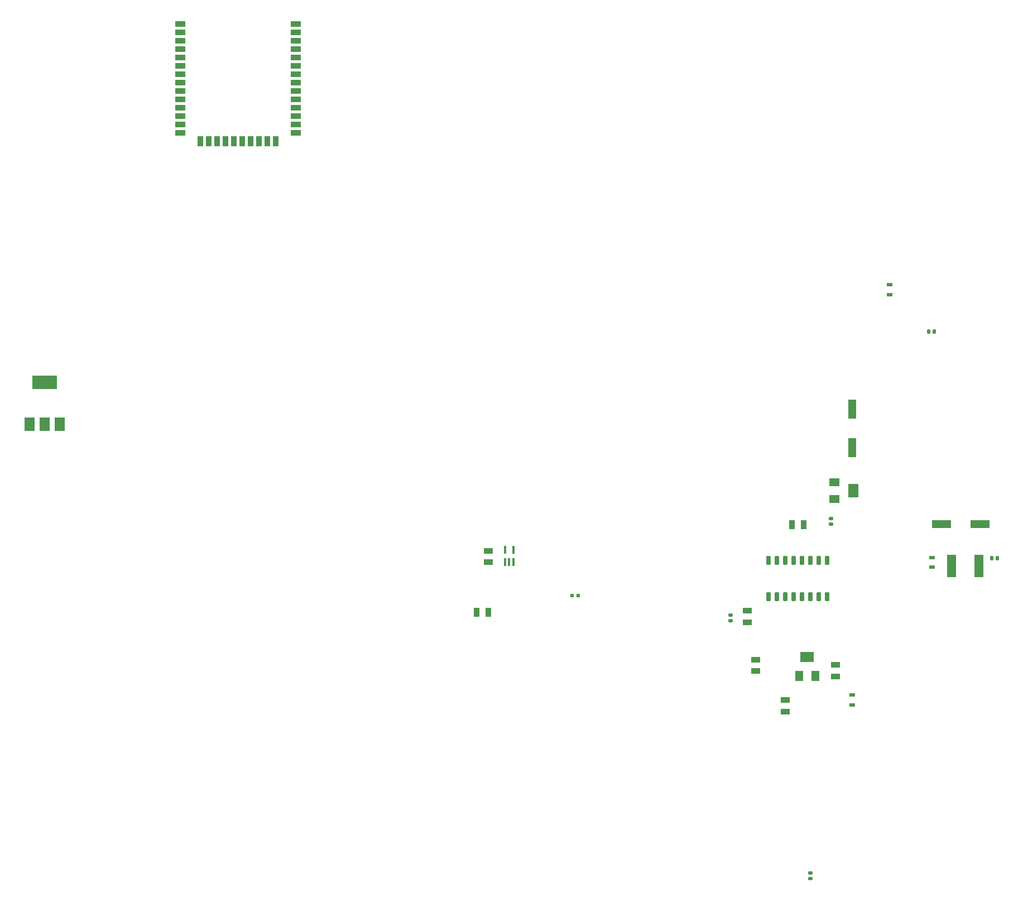
<source format=gbr>
%TF.GenerationSoftware,KiCad,Pcbnew,7.0.5*%
%TF.CreationDate,2024-01-26T21:50:59+01:00*%
%TF.ProjectId,Project,50726f6a-6563-4742-9e6b-696361645f70,rev?*%
%TF.SameCoordinates,Original*%
%TF.FileFunction,Paste,Top*%
%TF.FilePolarity,Positive*%
%FSLAX46Y46*%
G04 Gerber Fmt 4.6, Leading zero omitted, Abs format (unit mm)*
G04 Created by KiCad (PCBNEW 7.0.5) date 2024-01-26 21:50:59*
%MOMM*%
%LPD*%
G01*
G04 APERTURE LIST*
G04 Aperture macros list*
%AMRoundRect*
0 Rectangle with rounded corners*
0 $1 Rounding radius*
0 $2 $3 $4 $5 $6 $7 $8 $9 X,Y pos of 4 corners*
0 Add a 4 corners polygon primitive as box body*
4,1,4,$2,$3,$4,$5,$6,$7,$8,$9,$2,$3,0*
0 Add four circle primitives for the rounded corners*
1,1,$1+$1,$2,$3*
1,1,$1+$1,$4,$5*
1,1,$1+$1,$6,$7*
1,1,$1+$1,$8,$9*
0 Add four rect primitives between the rounded corners*
20,1,$1+$1,$2,$3,$4,$5,0*
20,1,$1+$1,$4,$5,$6,$7,0*
20,1,$1+$1,$6,$7,$8,$9,0*
20,1,$1+$1,$8,$9,$2,$3,0*%
G04 Aperture macros list end*
%ADD10RoundRect,0.075600X0.194400X-0.224400X0.194400X0.224400X-0.194400X0.224400X-0.194400X-0.224400X0*%
%ADD11R,1.161999X2.990799*%
%ADD12RoundRect,0.075600X-0.224400X-0.194400X0.224400X-0.194400X0.224400X0.194400X-0.224400X0.194400X0*%
%ADD13R,0.939800X0.606400*%
%ADD14R,1.397000X0.809600*%
%ADD15RoundRect,0.040000X0.160000X-0.555000X0.160000X0.555000X-0.160000X0.555000X-0.160000X-0.555000X0*%
%ADD16R,0.555600X0.558800*%
%ADD17RoundRect,0.049600X-0.260400X0.605400X-0.260400X-0.605400X0.260400X-0.605400X0.260400X0.605400X0*%
%ADD18RoundRect,0.075600X0.224400X0.194400X-0.224400X0.194400X-0.224400X-0.194400X0.224400X-0.194400X0*%
%ADD19R,0.809600X1.397000*%
%ADD20R,1.300000X1.600000*%
%ADD21R,2.000000X1.600000*%
%ADD22R,1.600000X1.300000*%
%ADD23R,1.600000X2.000000*%
%ADD24R,1.500000X2.000000*%
%ADD25R,3.800000X2.000000*%
%ADD26R,1.370000X3.400001*%
%ADD27R,1.500000X0.900000*%
%ADD28R,0.900000X1.500000*%
%ADD29R,2.990799X1.161999*%
G04 APERTURE END LIST*
D10*
%TO.C,C13*%
X169078811Y-102235000D03*
X169938811Y-102235000D03*
%TD*%
D11*
%TO.C,C11*%
X147955000Y-79646501D03*
X147955000Y-85453499D03*
%TD*%
D12*
%TO.C,C12*%
X144743811Y-96232389D03*
X144743811Y-97092389D03*
%TD*%
D13*
%TO.C,R20*%
X153633811Y-62280089D03*
X153633811Y-60784689D03*
%TD*%
D12*
%TO.C,C16*%
X129503811Y-110837389D03*
X129503811Y-111697389D03*
%TD*%
D14*
%TO.C,R29*%
X137758811Y-125490300D03*
X137758811Y-123740900D03*
%TD*%
%TO.C,R34*%
X145378811Y-120192089D03*
X145378811Y-118442689D03*
%TD*%
D15*
%TO.C,U5*%
X95250000Y-102870000D03*
X95900000Y-102870000D03*
X96550000Y-102870000D03*
X96550000Y-100950000D03*
X95250000Y-100950000D03*
%TD*%
D10*
%TO.C,C10*%
X159553811Y-67882389D03*
X160413811Y-67882389D03*
%TD*%
D16*
%TO.C,R14*%
X105410000Y-107950000D03*
X106346600Y-107950000D03*
%TD*%
D17*
%TO.C,U7*%
X144108811Y-102597389D03*
X142838811Y-102597389D03*
X141568811Y-102597389D03*
X140298811Y-102597389D03*
X139028811Y-102597389D03*
X137758811Y-102597389D03*
X136488811Y-102597389D03*
X135218811Y-102597389D03*
X135218811Y-108097389D03*
X136488811Y-108097389D03*
X137758811Y-108097389D03*
X139028811Y-108097389D03*
X140298811Y-108097389D03*
X141568811Y-108097389D03*
X142838811Y-108097389D03*
X144108811Y-108097389D03*
%TD*%
D14*
%TO.C,R17*%
X92710000Y-101120600D03*
X92710000Y-102870000D03*
%TD*%
D18*
%TO.C,C19*%
X141568811Y-150862389D03*
X141568811Y-150002389D03*
%TD*%
D14*
%TO.C,R25*%
X133313811Y-117630600D03*
X133313811Y-119380000D03*
%TD*%
D19*
%TO.C,R19*%
X90960600Y-110490000D03*
X92710000Y-110490000D03*
%TD*%
D20*
%TO.C,RV1*%
X139863811Y-120112389D03*
D21*
X141113811Y-117212389D03*
D20*
X142363811Y-120112389D03*
%TD*%
D13*
%TO.C,R24*%
X147918811Y-124510089D03*
X147918811Y-123014689D03*
%TD*%
D22*
%TO.C,RV2*%
X145198811Y-90762389D03*
D23*
X148098811Y-92012389D03*
D22*
X145198811Y-93262389D03*
%TD*%
D14*
%TO.C,R31*%
X132043811Y-111937089D03*
X132043811Y-110187689D03*
%TD*%
D24*
%TO.C,U1*%
X23100000Y-81890000D03*
X25400000Y-81890000D03*
D25*
X25400000Y-75590000D03*
D24*
X27700000Y-81890000D03*
%TD*%
D13*
%TO.C,R30*%
X160020000Y-103617700D03*
X160020000Y-102122300D03*
%TD*%
D26*
%TO.C,C14*%
X163035000Y-103442389D03*
X167165000Y-103442389D03*
%TD*%
D27*
%TO.C,U2*%
X46000000Y-21230000D03*
X46000000Y-22500000D03*
X46000000Y-23770000D03*
X46000000Y-25040000D03*
X46000000Y-26310000D03*
X46000000Y-27580000D03*
X46000000Y-28850000D03*
X46000000Y-30120000D03*
X46000000Y-31390000D03*
X46000000Y-32660000D03*
X46000000Y-33930000D03*
X46000000Y-35200000D03*
X46000000Y-36470000D03*
X46000000Y-37740000D03*
D28*
X49040000Y-38990000D03*
X50310000Y-38990000D03*
X51580000Y-38990000D03*
X52850000Y-38990000D03*
X54120000Y-38990000D03*
X55390000Y-38990000D03*
X56660000Y-38990000D03*
X57930000Y-38990000D03*
X59200000Y-38990000D03*
X60470000Y-38990000D03*
D27*
X63500000Y-37740000D03*
X63500000Y-36470000D03*
X63500000Y-35200000D03*
X63500000Y-33930000D03*
X63500000Y-32660000D03*
X63500000Y-31390000D03*
X63500000Y-30120000D03*
X63500000Y-28850000D03*
X63500000Y-27580000D03*
X63500000Y-26310000D03*
X63500000Y-25040000D03*
X63500000Y-23770000D03*
X63500000Y-22500000D03*
X63500000Y-21230000D03*
%TD*%
D19*
%TO.C,R27*%
X138825300Y-97155000D03*
X140574700Y-97155000D03*
%TD*%
D29*
%TO.C,C15*%
X161525312Y-97092389D03*
X167332310Y-97092389D03*
%TD*%
M02*

</source>
